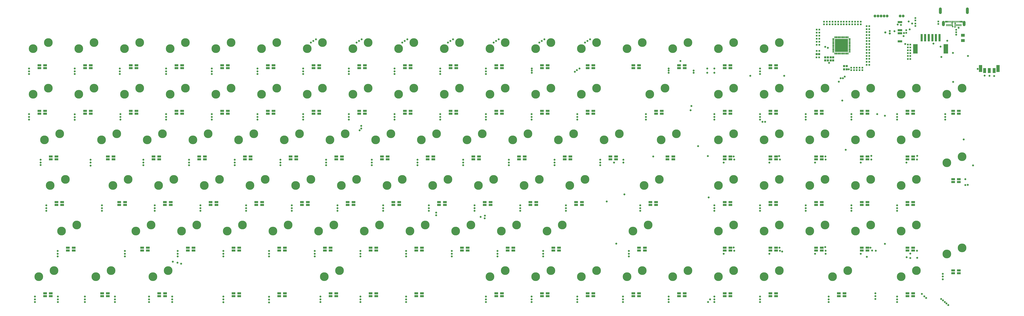
<source format=gts>
G04*
G04 #@! TF.GenerationSoftware,Altium Limited,Altium Designer,18.1.7 (191)*
G04*
G04 Layer_Color=8388736*
%FSLAX25Y25*%
%MOIN*%
G70*
G01*
G75*
%ADD31R,0.07677X0.15551*%
%ADD32R,0.03740X0.12008*%
%ADD33R,0.03150X0.03150*%
%ADD34R,0.07284X0.03740*%
%ADD35R,0.06496X0.04528*%
%ADD36R,0.01772X0.03347*%
%ADD37R,0.04528X0.02591*%
%ADD38R,0.01772X0.02591*%
%ADD39R,0.03150X0.03150*%
%ADD40R,0.05512X0.11221*%
%ADD41R,0.04528X0.08465*%
%ADD42R,0.03347X0.03504*%
%ADD43O,0.03504X0.01378*%
%ADD44O,0.01378X0.03504*%
%ADD45R,0.21260X0.21260*%
%ADD46R,0.06496X0.03740*%
%ADD47C,0.04528*%
%ADD48O,0.04921X0.10827*%
%ADD49O,0.04921X0.08858*%
%ADD50C,0.00591*%
%ADD51C,0.14370*%
%ADD52C,0.03291*%
%ADD53C,0.02591*%
%ADD54C,0.03591*%
D31*
X1476900Y440837D02*
D03*
X1526900D02*
D03*
D32*
X1487136Y459341D02*
D03*
X1493042D02*
D03*
X1498947D02*
D03*
X1504853D02*
D03*
X1510758D02*
D03*
X1516664D02*
D03*
D33*
X1477017Y478633D02*
D03*
Y482767D02*
D03*
X1477050Y491720D02*
D03*
Y487586D02*
D03*
X1514517Y486067D02*
D03*
Y481933D02*
D03*
X1543950Y472267D02*
D03*
Y468133D02*
D03*
X1462000Y467437D02*
D03*
Y471571D02*
D03*
X1389939Y405868D02*
D03*
Y410002D02*
D03*
X1385339Y405868D02*
D03*
Y410002D02*
D03*
X1380739Y405868D02*
D03*
Y410002D02*
D03*
X1376139Y405868D02*
D03*
Y410002D02*
D03*
X1371539Y405868D02*
D03*
Y410002D02*
D03*
X1387350Y485467D02*
D03*
Y481333D02*
D03*
X1382611Y485467D02*
D03*
Y481333D02*
D03*
X1377973Y485467D02*
D03*
Y481333D02*
D03*
X1373334Y485467D02*
D03*
Y481333D02*
D03*
X1368696Y485467D02*
D03*
Y481333D02*
D03*
X1364057Y485467D02*
D03*
Y481333D02*
D03*
X1359419Y485467D02*
D03*
Y481333D02*
D03*
X1354780Y485467D02*
D03*
Y481333D02*
D03*
X1350142Y485467D02*
D03*
Y481333D02*
D03*
X1345503Y485467D02*
D03*
Y481333D02*
D03*
X1340865Y485467D02*
D03*
Y481333D02*
D03*
X1336226Y485467D02*
D03*
Y481333D02*
D03*
X1331588Y485467D02*
D03*
Y481333D02*
D03*
X1326950Y485467D02*
D03*
Y481333D02*
D03*
D34*
X1451750Y453207D02*
D03*
Y466593D02*
D03*
X1451719Y485011D02*
D03*
Y471626D02*
D03*
D35*
X1554850Y454469D02*
D03*
Y463131D02*
D03*
D36*
X1551875Y480100D02*
D03*
X1549907D02*
D03*
X1547939D02*
D03*
X1545970D02*
D03*
X1544001D02*
D03*
X1542033D02*
D03*
X1538096D02*
D03*
X1536127D02*
D03*
X1534159D02*
D03*
X1532191D02*
D03*
X1530222D02*
D03*
X1528253D02*
D03*
D37*
X1527860Y485722D02*
D03*
X1552269D02*
D03*
D38*
X1531206D02*
D03*
X1533175D02*
D03*
X1535143D02*
D03*
X1537112D02*
D03*
X1539080D02*
D03*
X1541049D02*
D03*
X1543017D02*
D03*
X1544986D02*
D03*
X1546954D02*
D03*
X1548923D02*
D03*
D39*
X1464462Y448100D02*
D03*
X1468596D02*
D03*
X1464462Y443360D02*
D03*
X1468596D02*
D03*
X1464462Y438620D02*
D03*
X1468596D02*
D03*
X1464462Y433880D02*
D03*
X1468596D02*
D03*
X1464462Y429140D02*
D03*
X1468596D02*
D03*
X1464462Y424400D02*
D03*
X1468596D02*
D03*
X1314757Y427000D02*
D03*
X1318891D02*
D03*
X1319206Y437573D02*
D03*
X1315072D02*
D03*
X1397078Y414685D02*
D03*
X1401211D02*
D03*
X1397078Y419577D02*
D03*
X1401211D02*
D03*
X1397078Y424469D02*
D03*
X1401211D02*
D03*
X1397078Y429362D02*
D03*
X1401211D02*
D03*
X1397078Y434254D02*
D03*
X1401211D02*
D03*
X1397078Y439146D02*
D03*
X1401211D02*
D03*
X1397078Y444038D02*
D03*
X1401211D02*
D03*
X1397078Y448931D02*
D03*
X1401211D02*
D03*
X1397078Y453823D02*
D03*
X1401211D02*
D03*
X1315072Y447627D02*
D03*
X1319206D02*
D03*
X1397078Y458715D02*
D03*
X1401211D02*
D03*
X1315072Y452655D02*
D03*
X1319206D02*
D03*
X1397078Y463608D02*
D03*
X1401211D02*
D03*
X1315072Y457682D02*
D03*
X1319206D02*
D03*
X1397078Y468500D02*
D03*
X1401211D02*
D03*
X1315072Y462709D02*
D03*
X1319206D02*
D03*
X1397078Y473392D02*
D03*
X1401211D02*
D03*
X1315072Y467736D02*
D03*
X1319206D02*
D03*
X1397078Y478285D02*
D03*
X1401211D02*
D03*
X1315072Y472764D02*
D03*
X1319206D02*
D03*
D40*
X1584054Y408746D02*
D03*
X1612598D02*
D03*
D41*
X1590452Y405400D02*
D03*
X1598326D02*
D03*
X1606200D02*
D03*
D42*
X1360063Y407263D02*
D03*
X1364236D02*
D03*
X1360063Y412600D02*
D03*
X1364236D02*
D03*
X1342029Y426990D02*
D03*
X1337856D02*
D03*
X1342029Y421964D02*
D03*
X1337856D02*
D03*
X1328943Y421959D02*
D03*
X1333117D02*
D03*
X1328943Y426985D02*
D03*
X1333117D02*
D03*
X1319029Y432349D02*
D03*
X1314856D02*
D03*
D43*
X1342212Y457724D02*
D03*
Y456149D02*
D03*
Y454574D02*
D03*
Y452999D02*
D03*
Y451424D02*
D03*
Y449850D02*
D03*
Y448275D02*
D03*
Y446700D02*
D03*
Y445125D02*
D03*
Y443550D02*
D03*
Y441976D02*
D03*
Y440401D02*
D03*
Y438826D02*
D03*
Y437251D02*
D03*
Y435676D02*
D03*
X1368944D02*
D03*
Y437251D02*
D03*
Y438826D02*
D03*
Y440401D02*
D03*
Y441976D02*
D03*
Y443550D02*
D03*
Y445125D02*
D03*
Y446700D02*
D03*
Y448275D02*
D03*
Y449850D02*
D03*
Y451424D02*
D03*
Y452999D02*
D03*
Y454574D02*
D03*
Y456149D02*
D03*
Y457724D02*
D03*
D44*
X1344554Y433334D02*
D03*
X1346129D02*
D03*
X1347704D02*
D03*
X1349278D02*
D03*
X1350853D02*
D03*
X1352428D02*
D03*
X1354003D02*
D03*
X1355578D02*
D03*
X1357152D02*
D03*
X1358727D02*
D03*
X1360302D02*
D03*
X1361877D02*
D03*
X1363452D02*
D03*
X1365026D02*
D03*
X1366601D02*
D03*
Y460066D02*
D03*
X1365026D02*
D03*
X1363452D02*
D03*
X1361877D02*
D03*
X1360302D02*
D03*
X1358727D02*
D03*
X1357152D02*
D03*
X1355578D02*
D03*
X1354003D02*
D03*
X1352428D02*
D03*
X1350853D02*
D03*
X1349278D02*
D03*
X1347704D02*
D03*
X1346129D02*
D03*
X1344554D02*
D03*
D45*
X1355578Y446700D02*
D03*
D46*
X1060724Y334310D02*
D03*
X1051276D02*
D03*
X1060724Y339035D02*
D03*
X1051276D02*
D03*
X1351276Y39035D02*
D03*
X1360724D02*
D03*
X1351276Y34310D02*
D03*
X1360724D02*
D03*
X1023425Y114035D02*
D03*
X1032874D02*
D03*
X1023425Y109310D02*
D03*
X1032874D02*
D03*
X357576Y39011D02*
D03*
X367024D02*
D03*
X357576Y34287D02*
D03*
X367024D02*
D03*
X442024D02*
D03*
X432576D02*
D03*
X442024Y39011D02*
D03*
X432576D02*
D03*
X582576D02*
D03*
X592024D02*
D03*
X582576Y34287D02*
D03*
X592024D02*
D03*
X667024D02*
D03*
X657576D02*
D03*
X667024Y39011D02*
D03*
X657576D02*
D03*
X516901Y39035D02*
D03*
X526349D02*
D03*
X516901Y34310D02*
D03*
X526349D02*
D03*
X1538776Y226535D02*
D03*
X1548224D02*
D03*
X1538776Y221810D02*
D03*
X1548224D02*
D03*
X1538776Y76535D02*
D03*
X1548224D02*
D03*
X1538776Y71810D02*
D03*
X1548224D02*
D03*
X1051349Y184310D02*
D03*
X1041901D02*
D03*
X1051349Y189035D02*
D03*
X1041901D02*
D03*
X95138Y109310D02*
D03*
X85689D02*
D03*
X95138Y114035D02*
D03*
X85689D02*
D03*
X76349Y184310D02*
D03*
X66900D02*
D03*
X76349Y189035D02*
D03*
X66900D02*
D03*
X66974Y259310D02*
D03*
X57525D02*
D03*
X66974Y264035D02*
D03*
X57525D02*
D03*
X1079474Y259310D02*
D03*
X1070026D02*
D03*
X1079474Y264035D02*
D03*
X1070026D02*
D03*
X57637Y34310D02*
D03*
X48188D02*
D03*
X57637Y39035D02*
D03*
X48188D02*
D03*
X141938D02*
D03*
X151387D02*
D03*
X141938Y34310D02*
D03*
X151387D02*
D03*
X245137D02*
D03*
X235688D02*
D03*
X245137Y39035D02*
D03*
X235688D02*
D03*
X48224Y409310D02*
D03*
X38776D02*
D03*
X48224Y414035D02*
D03*
X38776D02*
D03*
X123224Y409310D02*
D03*
X113776D02*
D03*
X123224Y414035D02*
D03*
X113776D02*
D03*
X198224Y409310D02*
D03*
X188776D02*
D03*
X198224Y414035D02*
D03*
X188776D02*
D03*
X273224Y409310D02*
D03*
X263776D02*
D03*
X273224Y414035D02*
D03*
X263776D02*
D03*
X348224Y409310D02*
D03*
X338776D02*
D03*
X348224Y414035D02*
D03*
X338776D02*
D03*
X423224Y409310D02*
D03*
X413776D02*
D03*
X423224Y414035D02*
D03*
X413776D02*
D03*
X498224Y409310D02*
D03*
X488776D02*
D03*
X498224Y414035D02*
D03*
X488776D02*
D03*
X573224Y409310D02*
D03*
X563776D02*
D03*
X573224Y414035D02*
D03*
X563776D02*
D03*
X648224Y409310D02*
D03*
X638776D02*
D03*
X648224Y414035D02*
D03*
X638776D02*
D03*
X723224Y409310D02*
D03*
X713776D02*
D03*
X723224Y414035D02*
D03*
X713776D02*
D03*
X798224Y409310D02*
D03*
X788776D02*
D03*
X798224Y414035D02*
D03*
X788776D02*
D03*
X873224Y409310D02*
D03*
X863776D02*
D03*
X873224Y414035D02*
D03*
X863776D02*
D03*
X948224Y409310D02*
D03*
X938776D02*
D03*
X948224Y414035D02*
D03*
X938776D02*
D03*
X1023224Y409310D02*
D03*
X1013776D02*
D03*
X1023224Y414035D02*
D03*
X1013776D02*
D03*
X1098224Y409310D02*
D03*
X1088776D02*
D03*
X1098224Y414035D02*
D03*
X1088776D02*
D03*
X1173224Y409310D02*
D03*
X1163776D02*
D03*
X1173224Y414035D02*
D03*
X1163776D02*
D03*
X1248224Y409310D02*
D03*
X1238776D02*
D03*
X1248224Y414035D02*
D03*
X1238776D02*
D03*
X48224Y334310D02*
D03*
X38776D02*
D03*
X48224Y339035D02*
D03*
X38776D02*
D03*
X123224Y334310D02*
D03*
X113776D02*
D03*
X123224Y339035D02*
D03*
X113776D02*
D03*
X198224Y334310D02*
D03*
X188776D02*
D03*
X198224Y339035D02*
D03*
X188776D02*
D03*
X273224Y334310D02*
D03*
X263776D02*
D03*
X273224Y339035D02*
D03*
X263776D02*
D03*
X348224Y334310D02*
D03*
X338776D02*
D03*
X348224Y339035D02*
D03*
X338776D02*
D03*
X423224Y334310D02*
D03*
X413776D02*
D03*
X423224Y339035D02*
D03*
X413776D02*
D03*
X498224Y334310D02*
D03*
X488776D02*
D03*
X498224Y339035D02*
D03*
X488776D02*
D03*
X573224Y334310D02*
D03*
X563776D02*
D03*
X573224Y339035D02*
D03*
X563776D02*
D03*
X648224Y334310D02*
D03*
X638776D02*
D03*
X648224Y339035D02*
D03*
X638776D02*
D03*
X723224Y334310D02*
D03*
X713776D02*
D03*
X723224Y339035D02*
D03*
X713776D02*
D03*
X798224Y334310D02*
D03*
X788776D02*
D03*
X798224Y339035D02*
D03*
X788776D02*
D03*
X873224Y334310D02*
D03*
X863776D02*
D03*
X873224Y339035D02*
D03*
X863776D02*
D03*
X948224Y334310D02*
D03*
X938776D02*
D03*
X948224Y339035D02*
D03*
X938776D02*
D03*
X1173224Y334310D02*
D03*
X1163776D02*
D03*
X1173224Y339035D02*
D03*
X1163776D02*
D03*
X1248224Y334310D02*
D03*
X1238776D02*
D03*
X1248224Y339035D02*
D03*
X1238776D02*
D03*
X1323224Y334310D02*
D03*
X1313776D02*
D03*
X1323224Y339035D02*
D03*
X1313776D02*
D03*
X1398224Y334310D02*
D03*
X1388776D02*
D03*
X1398224Y339035D02*
D03*
X1388776D02*
D03*
X1473224Y334310D02*
D03*
X1463776D02*
D03*
X1473224Y339035D02*
D03*
X1463776D02*
D03*
X1548224Y334310D02*
D03*
X1538776D02*
D03*
X1548224Y339035D02*
D03*
X1538776D02*
D03*
X160724Y259310D02*
D03*
X151276D02*
D03*
X160724Y264035D02*
D03*
X151276D02*
D03*
X235724Y259310D02*
D03*
X226276D02*
D03*
X235724Y264035D02*
D03*
X226276D02*
D03*
X310724Y259310D02*
D03*
X301276D02*
D03*
X310724Y264035D02*
D03*
X301276D02*
D03*
X385724Y259310D02*
D03*
X376276D02*
D03*
X385724Y264035D02*
D03*
X376276D02*
D03*
X460724Y259310D02*
D03*
X451276D02*
D03*
X460724Y264035D02*
D03*
X451276D02*
D03*
X535724Y259310D02*
D03*
X526276D02*
D03*
X535724Y264035D02*
D03*
X526276D02*
D03*
X610724Y259310D02*
D03*
X601276D02*
D03*
X610724Y264035D02*
D03*
X601276D02*
D03*
X685724Y259310D02*
D03*
X676276D02*
D03*
X685724Y264035D02*
D03*
X676276D02*
D03*
X760724Y259310D02*
D03*
X751276D02*
D03*
X760724Y264035D02*
D03*
X751276D02*
D03*
X835724Y259310D02*
D03*
X826276D02*
D03*
X835724Y264035D02*
D03*
X826276D02*
D03*
X910724Y259310D02*
D03*
X901276D02*
D03*
X910724Y264035D02*
D03*
X901276D02*
D03*
X985724Y259310D02*
D03*
X976276D02*
D03*
X985724Y264035D02*
D03*
X976276D02*
D03*
X1173224Y259310D02*
D03*
X1163776D02*
D03*
X1173224Y264035D02*
D03*
X1163776D02*
D03*
X1248224Y259310D02*
D03*
X1238776D02*
D03*
X1248224Y264035D02*
D03*
X1238776D02*
D03*
X1323224Y259310D02*
D03*
X1313776D02*
D03*
X1323224Y264035D02*
D03*
X1313776D02*
D03*
X1398224Y259310D02*
D03*
X1388776D02*
D03*
X1398224Y264035D02*
D03*
X1388776D02*
D03*
X1473224Y259310D02*
D03*
X1463776D02*
D03*
X1473224Y264035D02*
D03*
X1463776D02*
D03*
X179474Y184310D02*
D03*
X170026D02*
D03*
X179474Y189035D02*
D03*
X170026D02*
D03*
X254474Y184310D02*
D03*
X245026D02*
D03*
X254474Y189035D02*
D03*
X245026D02*
D03*
X479474Y184310D02*
D03*
X470026D02*
D03*
X479474Y189035D02*
D03*
X470026D02*
D03*
X554474Y184310D02*
D03*
X545026D02*
D03*
X554474Y189035D02*
D03*
X545026D02*
D03*
X629474Y184310D02*
D03*
X620026D02*
D03*
X629474Y189035D02*
D03*
X620026D02*
D03*
X704474Y184310D02*
D03*
X695026D02*
D03*
X704474Y189035D02*
D03*
X695026D02*
D03*
X779474Y184310D02*
D03*
X770026D02*
D03*
X779474Y189035D02*
D03*
X770026D02*
D03*
X854474Y184310D02*
D03*
X845026D02*
D03*
X854474Y189035D02*
D03*
X845026D02*
D03*
X929474Y184310D02*
D03*
X920026D02*
D03*
X929474Y189035D02*
D03*
X920026D02*
D03*
X1173224Y184310D02*
D03*
X1163776D02*
D03*
X1173224Y189035D02*
D03*
X1163776D02*
D03*
X1248224Y184310D02*
D03*
X1238776D02*
D03*
X1248224Y189035D02*
D03*
X1238776D02*
D03*
X1323224Y184310D02*
D03*
X1313776D02*
D03*
X1323224Y189035D02*
D03*
X1313776D02*
D03*
X1398224Y184310D02*
D03*
X1388776D02*
D03*
X1398224Y189035D02*
D03*
X1388776D02*
D03*
X1473224Y184310D02*
D03*
X1463776D02*
D03*
X1473224Y189035D02*
D03*
X1463776D02*
D03*
X329474Y184310D02*
D03*
X320026D02*
D03*
X329474Y189035D02*
D03*
X320026D02*
D03*
X404474Y184310D02*
D03*
X395026D02*
D03*
X404474Y189035D02*
D03*
X395026D02*
D03*
X217024Y109310D02*
D03*
X207576D02*
D03*
X217024Y114035D02*
D03*
X207576D02*
D03*
X292024Y109310D02*
D03*
X282576D02*
D03*
X292024Y114035D02*
D03*
X282576D02*
D03*
X367024Y109310D02*
D03*
X357576D02*
D03*
X367024Y114035D02*
D03*
X357576D02*
D03*
X442024Y109310D02*
D03*
X432576D02*
D03*
X442024Y114035D02*
D03*
X432576D02*
D03*
X517024Y109310D02*
D03*
X507576D02*
D03*
X517024Y114035D02*
D03*
X507576D02*
D03*
X592024Y109310D02*
D03*
X582576D02*
D03*
X592024Y114035D02*
D03*
X582576D02*
D03*
X667024Y109310D02*
D03*
X657576D02*
D03*
X667024Y114035D02*
D03*
X657576D02*
D03*
X742024Y109310D02*
D03*
X732576D02*
D03*
X742024Y114035D02*
D03*
X732576D02*
D03*
X817024Y109310D02*
D03*
X807576D02*
D03*
X817024Y114035D02*
D03*
X807576D02*
D03*
X892024Y109310D02*
D03*
X882576D02*
D03*
X892024Y114035D02*
D03*
X882576D02*
D03*
X1173224Y109310D02*
D03*
X1163776D02*
D03*
X1173224Y114035D02*
D03*
X1163776D02*
D03*
X1248224Y109310D02*
D03*
X1238776D02*
D03*
X1248224Y114035D02*
D03*
X1238776D02*
D03*
X1323224Y109310D02*
D03*
X1313776D02*
D03*
X1323224Y114035D02*
D03*
X1313776D02*
D03*
X1398224Y109310D02*
D03*
X1388776D02*
D03*
X1398224Y114035D02*
D03*
X1388776D02*
D03*
X1473224Y109310D02*
D03*
X1463776D02*
D03*
X1473224Y114035D02*
D03*
X1463776D02*
D03*
X798224Y34310D02*
D03*
X788776D02*
D03*
X798224Y39035D02*
D03*
X788776D02*
D03*
X948224Y34310D02*
D03*
X938776D02*
D03*
X948224Y39035D02*
D03*
X938776D02*
D03*
X1023224Y34310D02*
D03*
X1013776D02*
D03*
X1023224Y39035D02*
D03*
X1013776D02*
D03*
X1098224Y34310D02*
D03*
X1088776D02*
D03*
X1098224Y39035D02*
D03*
X1088776D02*
D03*
X1173224Y34310D02*
D03*
X1163776D02*
D03*
X1173224Y39035D02*
D03*
X1163776D02*
D03*
X1248224Y34310D02*
D03*
X1238776D02*
D03*
X1248224Y39035D02*
D03*
X1238776D02*
D03*
X1473224Y34310D02*
D03*
X1463776D02*
D03*
X1473224Y39035D02*
D03*
X1463776D02*
D03*
X873224Y34310D02*
D03*
X863776D02*
D03*
X873224Y39035D02*
D03*
X863776D02*
D03*
D47*
X1456850Y494800D02*
D03*
X1451850D02*
D03*
X1410750D02*
D03*
X1415749D02*
D03*
X1420749D02*
D03*
X1425749D02*
D03*
X1430750D02*
D03*
D48*
X1517813Y503698D02*
D03*
X1562301D02*
D03*
D49*
X1523049Y482592D02*
D03*
X1557065D02*
D03*
D50*
X1607932Y417605D02*
D03*
X1588720D02*
D03*
X1009000Y383700D02*
D03*
X1103000D02*
D03*
X1009000Y323700D02*
D03*
X1103000D02*
D03*
X1056000Y356200D02*
D03*
X1356000Y56200D02*
D03*
X1403000Y23700D02*
D03*
X1309000D02*
D03*
X1403000Y83700D02*
D03*
X1309000D02*
D03*
X1028150Y131200D02*
D03*
X1075150Y98700D02*
D03*
X981150D02*
D03*
X1075150Y158700D02*
D03*
X981150D02*
D03*
X521625Y56200D02*
D03*
X324775Y83700D02*
D03*
X718475D02*
D03*
X324775Y23700D02*
D03*
X718475D02*
D03*
X1511000Y196700D02*
D03*
Y290700D02*
D03*
X1571000Y196700D02*
D03*
Y290700D02*
D03*
X1543500Y243700D02*
D03*
X1511000Y46700D02*
D03*
Y140700D02*
D03*
X1571000Y46700D02*
D03*
Y140700D02*
D03*
X1543500Y93700D02*
D03*
X999625Y233700D02*
D03*
X1093625D02*
D03*
X999625Y173700D02*
D03*
X1093625D02*
D03*
X1046625Y206200D02*
D03*
X43414Y158700D02*
D03*
X137414D02*
D03*
X43414Y98700D02*
D03*
X137414D02*
D03*
X90414Y131200D02*
D03*
X71625Y206200D02*
D03*
X62250Y281200D02*
D03*
X1074750D02*
D03*
X52913Y56200D02*
D03*
X146663D02*
D03*
X240413D02*
D03*
X43500Y431200D02*
D03*
X118500D02*
D03*
X193500D02*
D03*
X268500D02*
D03*
X343500D02*
D03*
X418500D02*
D03*
X493500D02*
D03*
X568500D02*
D03*
X643500D02*
D03*
X718500D02*
D03*
X793500D02*
D03*
X868500D02*
D03*
X943500D02*
D03*
X1018500D02*
D03*
X1093500D02*
D03*
X1168500D02*
D03*
X1243500D02*
D03*
X43500Y356200D02*
D03*
X118500D02*
D03*
X193500D02*
D03*
X268500D02*
D03*
X343500D02*
D03*
X418500D02*
D03*
X493500D02*
D03*
X568500D02*
D03*
X643500D02*
D03*
X718500D02*
D03*
X793500D02*
D03*
X868500D02*
D03*
X943500D02*
D03*
X1168500D02*
D03*
X1243500D02*
D03*
X1318500D02*
D03*
X1393500D02*
D03*
X1468500D02*
D03*
X1543500D02*
D03*
X156000Y281200D02*
D03*
X231000D02*
D03*
X306000D02*
D03*
X381000D02*
D03*
X456000D02*
D03*
X531000D02*
D03*
X606000D02*
D03*
X681000D02*
D03*
X756000D02*
D03*
X831000D02*
D03*
X906000D02*
D03*
X981000D02*
D03*
X1168500D02*
D03*
X1243500D02*
D03*
X1318500D02*
D03*
X1393500D02*
D03*
X1468500D02*
D03*
X174750Y206200D02*
D03*
X249750D02*
D03*
X474750D02*
D03*
X549750D02*
D03*
X624750D02*
D03*
X699750D02*
D03*
X774750D02*
D03*
X849750D02*
D03*
X924750D02*
D03*
X1168500D02*
D03*
X1243500D02*
D03*
X1318500D02*
D03*
X1393500D02*
D03*
X1468500D02*
D03*
X324750D02*
D03*
X399750D02*
D03*
X212300Y131200D02*
D03*
X287300D02*
D03*
X362300D02*
D03*
X437300D02*
D03*
X512300D02*
D03*
X587300D02*
D03*
X662300D02*
D03*
X737300D02*
D03*
X812300D02*
D03*
X887300D02*
D03*
X1168500D02*
D03*
X1243500D02*
D03*
X1318500D02*
D03*
X1393500D02*
D03*
X1468500D02*
D03*
X793500Y56200D02*
D03*
X943500D02*
D03*
X1018500D02*
D03*
X1093500D02*
D03*
X1168500D02*
D03*
X1243500D02*
D03*
X1468500D02*
D03*
X868500D02*
D03*
X1294500Y413100D02*
D03*
X21300Y490300D02*
D03*
X14600Y14300D02*
D03*
X1576900Y15600D02*
D03*
D51*
X1066000Y376200D02*
D03*
X1041000Y366200D02*
D03*
X1341000Y66200D02*
D03*
X1366000Y76200D02*
D03*
X1013150Y141200D02*
D03*
X1038150Y151200D02*
D03*
X531625Y76200D02*
D03*
X506625Y66200D02*
D03*
X1528500Y253700D02*
D03*
X1553500Y263700D02*
D03*
X1528500Y103700D02*
D03*
X1553500Y113700D02*
D03*
X1056625Y226200D02*
D03*
X1031625Y216200D02*
D03*
X100414Y151200D02*
D03*
X75414Y141200D02*
D03*
X81625Y226200D02*
D03*
X56625Y216200D02*
D03*
X72250Y301200D02*
D03*
X47250Y291200D02*
D03*
X1084750Y301200D02*
D03*
X1059750Y291200D02*
D03*
X37913Y66200D02*
D03*
X62913Y76200D02*
D03*
X156663D02*
D03*
X131663Y66200D02*
D03*
X225413D02*
D03*
X250413Y76200D02*
D03*
X53500Y451200D02*
D03*
X28500Y441200D02*
D03*
X128500Y451200D02*
D03*
X103500Y441200D02*
D03*
X203500Y451200D02*
D03*
X178500Y441200D02*
D03*
X278500Y451200D02*
D03*
X253500Y441200D02*
D03*
X353500Y451200D02*
D03*
X328500Y441200D02*
D03*
X428500Y451200D02*
D03*
X403500Y441200D02*
D03*
X503500Y451200D02*
D03*
X478500Y441200D02*
D03*
X578500Y451200D02*
D03*
X553500Y441200D02*
D03*
X653500Y451200D02*
D03*
X628500Y441200D02*
D03*
X728500Y451200D02*
D03*
X703500Y441200D02*
D03*
X803500Y451200D02*
D03*
X778500Y441200D02*
D03*
X878500Y451200D02*
D03*
X853500Y441200D02*
D03*
X953500Y451200D02*
D03*
X928500Y441200D02*
D03*
X1028500Y451200D02*
D03*
X1003500Y441200D02*
D03*
X1103500Y451200D02*
D03*
X1078500Y441200D02*
D03*
X1178500Y451200D02*
D03*
X1153500Y441200D02*
D03*
X1253500Y451200D02*
D03*
X1228500Y441200D02*
D03*
X53500Y376200D02*
D03*
X28500Y366200D02*
D03*
X128500Y376200D02*
D03*
X103500Y366200D02*
D03*
X203500Y376200D02*
D03*
X178500Y366200D02*
D03*
X278500Y376200D02*
D03*
X253500Y366200D02*
D03*
X353500Y376200D02*
D03*
X328500Y366200D02*
D03*
X428500Y376200D02*
D03*
X403500Y366200D02*
D03*
X503500Y376200D02*
D03*
X478500Y366200D02*
D03*
X578500Y376200D02*
D03*
X553500Y366200D02*
D03*
X653500Y376200D02*
D03*
X628500Y366200D02*
D03*
X728500Y376200D02*
D03*
X703500Y366200D02*
D03*
X803500Y376200D02*
D03*
X778500Y366200D02*
D03*
X878500Y376200D02*
D03*
X853500Y366200D02*
D03*
X953500Y376200D02*
D03*
X928500Y366200D02*
D03*
X1178500Y376200D02*
D03*
X1153500Y366200D02*
D03*
X1253500Y376200D02*
D03*
X1228500Y366200D02*
D03*
X1328500Y376200D02*
D03*
X1303500Y366200D02*
D03*
X1403500Y376200D02*
D03*
X1378500Y366200D02*
D03*
X1478500Y376200D02*
D03*
X1453500Y366200D02*
D03*
X1553500Y376200D02*
D03*
X1528500Y366200D02*
D03*
X166000Y301200D02*
D03*
X141000Y291200D02*
D03*
X241000Y301200D02*
D03*
X216000Y291200D02*
D03*
X316000Y301200D02*
D03*
X291000Y291200D02*
D03*
X391000Y301200D02*
D03*
X366000Y291200D02*
D03*
X466000Y301200D02*
D03*
X441000Y291200D02*
D03*
X541000Y301200D02*
D03*
X516000Y291200D02*
D03*
X616000Y301200D02*
D03*
X591000Y291200D02*
D03*
X691000Y301200D02*
D03*
X666000Y291200D02*
D03*
X766000Y301200D02*
D03*
X741000Y291200D02*
D03*
X841000Y301200D02*
D03*
X816000Y291200D02*
D03*
X916000Y301200D02*
D03*
X891000Y291200D02*
D03*
X991000Y301200D02*
D03*
X966000Y291200D02*
D03*
X1178500Y301200D02*
D03*
X1153500Y291200D02*
D03*
X1253500Y301200D02*
D03*
X1228500Y291200D02*
D03*
X1328500Y301200D02*
D03*
X1303500Y291200D02*
D03*
X1403500Y301200D02*
D03*
X1378500Y291200D02*
D03*
X1478500Y301200D02*
D03*
X1453500Y291200D02*
D03*
X184750Y226200D02*
D03*
X159750Y216200D02*
D03*
X259750Y226200D02*
D03*
X234750Y216200D02*
D03*
X484750Y226200D02*
D03*
X459750Y216200D02*
D03*
X559750Y226200D02*
D03*
X534750Y216200D02*
D03*
X634750Y226200D02*
D03*
X609750Y216200D02*
D03*
X709750Y226200D02*
D03*
X684750Y216200D02*
D03*
X784750Y226200D02*
D03*
X759750Y216200D02*
D03*
X859750Y226200D02*
D03*
X834750Y216200D02*
D03*
X934750Y226200D02*
D03*
X909750Y216200D02*
D03*
X1178500Y226200D02*
D03*
X1153500Y216200D02*
D03*
X1253500Y226200D02*
D03*
X1228500Y216200D02*
D03*
X1328500Y226200D02*
D03*
X1303500Y216200D02*
D03*
X1403500Y226200D02*
D03*
X1378500Y216200D02*
D03*
X1478500Y226200D02*
D03*
X1453500Y216200D02*
D03*
X334750Y226200D02*
D03*
X309750Y216200D02*
D03*
X409750Y226200D02*
D03*
X384750Y216200D02*
D03*
X222300Y151200D02*
D03*
X197300Y141200D02*
D03*
X297300Y151200D02*
D03*
X272300Y141200D02*
D03*
X372300Y151200D02*
D03*
X347300Y141200D02*
D03*
X447300Y151200D02*
D03*
X422300Y141200D02*
D03*
X522300Y151200D02*
D03*
X497300Y141200D02*
D03*
X597300Y151200D02*
D03*
X572300Y141200D02*
D03*
X672300Y151200D02*
D03*
X647300Y141200D02*
D03*
X747300Y151200D02*
D03*
X722300Y141200D02*
D03*
X822300Y151200D02*
D03*
X797300Y141200D02*
D03*
X897300Y151200D02*
D03*
X872300Y141200D02*
D03*
X1178500Y151200D02*
D03*
X1153500Y141200D02*
D03*
X1253500Y151200D02*
D03*
X1228500Y141200D02*
D03*
X1328500Y151200D02*
D03*
X1303500Y141200D02*
D03*
X1403500Y151200D02*
D03*
X1378500Y141200D02*
D03*
X1478500Y151200D02*
D03*
X1453500Y141200D02*
D03*
X803500Y76200D02*
D03*
X778500Y66200D02*
D03*
X953500Y76200D02*
D03*
X928500Y66200D02*
D03*
X1028500Y76200D02*
D03*
X1003500Y66200D02*
D03*
X1103500Y76200D02*
D03*
X1078500Y66200D02*
D03*
X1178500Y76200D02*
D03*
X1153500Y66200D02*
D03*
X1253500Y76200D02*
D03*
X1228500Y66200D02*
D03*
X1478500Y76200D02*
D03*
X1453500Y66200D02*
D03*
X878500Y76200D02*
D03*
X853500Y66200D02*
D03*
D52*
X1563200Y429300D02*
D03*
X1519500Y427463D02*
D03*
X1538751Y434400D02*
D03*
X1506700Y449700D02*
D03*
X1471549Y482600D02*
D03*
X1529400Y454314D02*
D03*
X1518300Y444700D02*
D03*
X1457450Y461900D02*
D03*
X1606300Y396200D02*
D03*
X1590452Y396971D02*
D03*
X1598600Y396495D02*
D03*
X1579323Y408100D02*
D03*
X1539100Y386500D02*
D03*
X1351300Y387100D02*
D03*
X1135289Y408598D02*
D03*
X1147100Y401700D02*
D03*
X1178500Y264035D02*
D03*
X1178700Y114300D02*
D03*
X22100Y399498D02*
D03*
X40850Y249800D02*
D03*
X22100Y324498D02*
D03*
X69014Y99498D02*
D03*
X69288Y24498D02*
D03*
X50225Y174498D02*
D03*
X31513Y24498D02*
D03*
X1113000Y405200D02*
D03*
X1179700Y258900D02*
D03*
Y108900D02*
D03*
X40850Y254048D02*
D03*
X22100Y404048D02*
D03*
Y329048D02*
D03*
X69014Y104048D02*
D03*
X69288Y29048D02*
D03*
X50225Y179048D02*
D03*
X31513Y29048D02*
D03*
X1147100Y408598D02*
D03*
X1135289Y401700D02*
D03*
X1113000D02*
D03*
X1162400Y253800D02*
D03*
Y103800D02*
D03*
X40850Y258598D02*
D03*
X22100Y408598D02*
D03*
Y333598D02*
D03*
X69014Y108598D02*
D03*
X69288Y33598D02*
D03*
X50225Y183598D02*
D03*
X31513Y33598D02*
D03*
X1253400Y264600D02*
D03*
X1222100Y399498D02*
D03*
X1254100Y114000D02*
D03*
X97100Y399498D02*
D03*
X122871Y249100D02*
D03*
X97100Y324200D02*
D03*
X179171Y99498D02*
D03*
X141621Y174498D02*
D03*
X163038Y24498D02*
D03*
X113534D02*
D03*
X1254700Y258900D02*
D03*
X1222100Y404048D02*
D03*
X1254700Y108900D02*
D03*
X141621Y179048D02*
D03*
X97100Y404048D02*
D03*
X122871Y254000D02*
D03*
X97100Y328750D02*
D03*
X179171Y104048D02*
D03*
X163038Y29048D02*
D03*
X113534D02*
D03*
X1222100Y408598D02*
D03*
X1237400Y253800D02*
D03*
X1258200Y107500D02*
D03*
X1237400Y103800D02*
D03*
X122871Y258700D02*
D03*
X141621Y183598D02*
D03*
X97100Y408598D02*
D03*
Y333300D02*
D03*
X179171Y108598D02*
D03*
X163038Y33598D02*
D03*
X113534D02*
D03*
X1329200Y264100D02*
D03*
X1329100Y115100D02*
D03*
X265900Y99498D02*
D03*
X209600Y249498D02*
D03*
X171100Y399498D02*
D03*
X172100Y324498D02*
D03*
X257900Y91000D02*
D03*
X256788Y24498D02*
D03*
X228350Y174498D02*
D03*
X219013Y24498D02*
D03*
X1329700Y258900D02*
D03*
Y108900D02*
D03*
X209600Y254048D02*
D03*
X171100Y404048D02*
D03*
X172100Y329048D02*
D03*
X265900Y104048D02*
D03*
X265700Y89400D02*
D03*
X256788Y29048D02*
D03*
X228350Y179048D02*
D03*
X219013Y29048D02*
D03*
X1312400Y253800D02*
D03*
X1329500Y103800D02*
D03*
X1312400D02*
D03*
X209600Y258598D02*
D03*
X171100Y408598D02*
D03*
X172100Y333598D02*
D03*
X265900Y108598D02*
D03*
X271600Y87600D02*
D03*
X256788Y33598D02*
D03*
X228350Y183598D02*
D03*
X219013Y33598D02*
D03*
X1404700Y265000D02*
D03*
X1403400Y114100D02*
D03*
X1411400Y29500D02*
D03*
X1397400Y99000D02*
D03*
X247100Y399498D02*
D03*
Y324498D02*
D03*
X340900Y99498D02*
D03*
Y24200D02*
D03*
X284600Y249498D02*
D03*
X303350Y174498D02*
D03*
X1404700Y258900D02*
D03*
X1411800Y108900D02*
D03*
X1531000Y19700D02*
D03*
X1405800Y109200D02*
D03*
X1411400Y34400D02*
D03*
X284600Y254048D02*
D03*
X247100Y404048D02*
D03*
Y329048D02*
D03*
X340900Y104048D02*
D03*
Y28950D02*
D03*
X303350Y179048D02*
D03*
X1387400Y253800D02*
D03*
X1528100Y22200D02*
D03*
X1387400Y103800D02*
D03*
X1411400Y39000D02*
D03*
X284600Y258598D02*
D03*
X247100Y408598D02*
D03*
Y333598D02*
D03*
X340900Y108598D02*
D03*
Y33500D02*
D03*
X303350Y183598D02*
D03*
X1479700Y258900D02*
D03*
X1522300Y27200D02*
D03*
X1491529Y34000D02*
D03*
X1479700Y108900D02*
D03*
X1479800Y97300D02*
D03*
X359600Y254048D02*
D03*
X322100Y404048D02*
D03*
Y329048D02*
D03*
X415900Y104048D02*
D03*
Y28750D02*
D03*
X378350Y179048D02*
D03*
X1462400Y253800D02*
D03*
X1494529Y31300D02*
D03*
X1519400Y29700D02*
D03*
X1462700Y98200D02*
D03*
X359600Y258598D02*
D03*
X322100Y408598D02*
D03*
Y333598D02*
D03*
X415900Y33300D02*
D03*
X378350Y183598D02*
D03*
X415900Y108598D02*
D03*
X1147100Y333598D02*
D03*
Y183598D02*
D03*
Y33598D02*
D03*
X434600Y258598D02*
D03*
X397100Y408598D02*
D03*
Y333598D02*
D03*
X500225Y33598D02*
D03*
X453350Y183598D02*
D03*
X490900Y108598D02*
D03*
X1147100Y329048D02*
D03*
Y179048D02*
D03*
Y29048D02*
D03*
X1140100Y29100D02*
D03*
X434600Y254048D02*
D03*
X397100Y404048D02*
D03*
Y329048D02*
D03*
X490900Y104048D02*
D03*
X500225Y29048D02*
D03*
X453350Y179048D02*
D03*
X1147100Y324498D02*
D03*
Y174498D02*
D03*
Y24498D02*
D03*
X1136700Y24700D02*
D03*
X397100Y399498D02*
D03*
Y324498D02*
D03*
X490900Y99498D02*
D03*
X500225Y24498D02*
D03*
X434600Y249498D02*
D03*
X453350Y174498D02*
D03*
X1447950Y481100D02*
D03*
X1367650Y407300D02*
D03*
X1335250Y417800D02*
D03*
X1360999Y395150D02*
D03*
X1458210Y466911D02*
D03*
X1547850Y475525D02*
D03*
X1466050Y486100D02*
D03*
X1460250Y448800D02*
D03*
X1453203Y480400D02*
D03*
X1442650Y469800D02*
D03*
X1435050Y470300D02*
D03*
X1467650Y473100D02*
D03*
X1543950Y464400D02*
D03*
X1333350Y442750D02*
D03*
X1328850Y444326D02*
D03*
X1357950Y392500D02*
D03*
X1354150D02*
D03*
X1046700Y264100D02*
D03*
X1562900Y217300D02*
D03*
X1558800Y217000D02*
D03*
X1427100Y331000D02*
D03*
X1414300Y333500D02*
D03*
X567300Y314400D02*
D03*
X1525200Y24700D02*
D03*
X1556400Y292100D02*
D03*
X1479800Y264900D02*
D03*
X1487600Y37800D02*
D03*
X1468500Y104300D02*
D03*
Y96800D02*
D03*
X640900Y24498D02*
D03*
Y29048D02*
D03*
Y33598D02*
D03*
X565900Y24498D02*
D03*
Y29048D02*
D03*
Y33598D02*
D03*
X415900Y24000D02*
D03*
X1526100Y324500D02*
D03*
Y329048D02*
D03*
Y333598D02*
D03*
X1225800Y321000D02*
D03*
X1222100Y329048D02*
D03*
Y179048D02*
D03*
Y29048D02*
D03*
X488700Y453900D02*
D03*
X472100Y404048D02*
D03*
Y329048D02*
D03*
X565900Y104048D02*
D03*
X509600Y254048D02*
D03*
X528350Y179048D02*
D03*
X1222100Y324498D02*
D03*
Y174498D02*
D03*
Y24498D02*
D03*
X492900Y456600D02*
D03*
X472100Y399498D02*
D03*
Y324498D02*
D03*
X565900Y99498D02*
D03*
X509600Y249498D02*
D03*
X528350Y174498D02*
D03*
X1297100Y333598D02*
D03*
Y183598D02*
D03*
X640900Y108598D02*
D03*
X559500Y451200D02*
D03*
X547100Y408598D02*
D03*
Y333598D02*
D03*
X603350Y183598D02*
D03*
X584600Y258598D02*
D03*
X1297100Y329048D02*
D03*
Y179048D02*
D03*
X640900Y104048D02*
D03*
X563700Y453900D02*
D03*
X547100Y404100D02*
D03*
X584600Y254048D02*
D03*
X603350Y179048D02*
D03*
X567200Y310000D02*
D03*
X547100Y329048D02*
D03*
X1297100Y324498D02*
D03*
Y174498D02*
D03*
X640900Y99498D02*
D03*
X567900Y456600D02*
D03*
X547100Y399498D02*
D03*
X603350Y174498D02*
D03*
X564700Y306800D02*
D03*
X547100Y324498D02*
D03*
X584600Y249498D02*
D03*
X1372100Y333598D02*
D03*
Y183598D02*
D03*
X1334600Y33598D02*
D03*
X634500Y451200D02*
D03*
X622100Y408598D02*
D03*
Y333598D02*
D03*
X715900Y108598D02*
D03*
X772100Y33598D02*
D03*
X659600Y258598D02*
D03*
X690174Y171774D02*
D03*
X678350Y183598D02*
D03*
X1571600Y249300D02*
D03*
X1522100Y66548D02*
D03*
X922100Y29048D02*
D03*
X788700Y453900D02*
D03*
X772100Y404048D02*
D03*
Y329048D02*
D03*
X865900Y104048D02*
D03*
X809600Y254048D02*
D03*
X828350Y179048D02*
D03*
X1522100Y71098D02*
D03*
X922100Y33598D02*
D03*
X784500Y451200D02*
D03*
X772100Y408598D02*
D03*
Y333598D02*
D03*
X865900Y108598D02*
D03*
X809600Y258598D02*
D03*
X828350Y183598D02*
D03*
X1447100Y324600D02*
D03*
Y174498D02*
D03*
Y24498D02*
D03*
X847100D02*
D03*
X717900Y456600D02*
D03*
X697100Y399498D02*
D03*
Y324498D02*
D03*
X790900Y99498D02*
D03*
X734600Y249498D02*
D03*
X763340Y164540D02*
D03*
X753350Y174498D02*
D03*
X1447100Y329048D02*
D03*
Y179048D02*
D03*
Y29048D02*
D03*
X847100D02*
D03*
X713700Y453900D02*
D03*
X697100Y404048D02*
D03*
Y329048D02*
D03*
X790900Y104048D02*
D03*
X734600Y254048D02*
D03*
X753350Y179048D02*
D03*
X770099Y162299D02*
D03*
X1447100Y333598D02*
D03*
Y183598D02*
D03*
Y33598D02*
D03*
X847100D02*
D03*
X709500Y451200D02*
D03*
X697100Y408598D02*
D03*
Y333598D02*
D03*
X770300Y166500D02*
D03*
X790900Y108598D02*
D03*
X734600Y258598D02*
D03*
X753350Y183598D02*
D03*
X1372100Y324498D02*
D03*
Y174498D02*
D03*
X1334600Y24498D02*
D03*
X772100D02*
D03*
X642900Y456600D02*
D03*
X622100Y399498D02*
D03*
Y324498D02*
D03*
X715900Y99498D02*
D03*
X659600Y249498D02*
D03*
X678350Y174498D02*
D03*
X1372100Y329048D02*
D03*
Y179048D02*
D03*
X1334600Y29048D02*
D03*
X638700Y453900D02*
D03*
X622100Y404048D02*
D03*
Y329048D02*
D03*
X715900Y104048D02*
D03*
X772100Y29048D02*
D03*
X659600Y254048D02*
D03*
X690200Y167300D02*
D03*
X678350Y179048D02*
D03*
X1522100Y61998D02*
D03*
X1558800Y226700D02*
D03*
X921200Y406000D02*
D03*
X925605Y408500D02*
D03*
X917800Y403200D02*
D03*
X1091400Y420800D02*
D03*
X1072100Y405200D02*
D03*
Y408598D02*
D03*
Y401700D02*
D03*
X847200D02*
D03*
X922100Y24498D02*
D03*
X865900Y99498D02*
D03*
X792900Y456600D02*
D03*
X772100Y399498D02*
D03*
X809600Y249498D02*
D03*
X828350Y174498D02*
D03*
X772100Y324498D02*
D03*
X1136300Y264700D02*
D03*
X1137600Y196600D02*
D03*
X1230300Y320900D02*
D03*
X1427000Y120200D02*
D03*
X1120200Y280800D02*
D03*
X1108100Y340100D02*
D03*
X1109400Y347000D02*
D03*
X847200Y405200D02*
D03*
X982355Y254048D02*
D03*
X959600D02*
D03*
X997500Y254100D02*
D03*
X997600Y258700D02*
D03*
X903350Y179048D02*
D03*
Y183598D02*
D03*
X1072100Y33598D02*
D03*
Y24498D02*
D03*
Y29048D02*
D03*
X1006750Y104048D02*
D03*
Y99498D02*
D03*
Y108598D02*
D03*
X1261700Y396500D02*
D03*
X1205893D02*
D03*
X999300Y201600D02*
D03*
X970300Y189900D02*
D03*
X985900Y120700D02*
D03*
X1362700Y274900D02*
D03*
X1357100Y355800D02*
D03*
X322100Y399498D02*
D03*
X472100Y408598D02*
D03*
X847200D02*
D03*
X484500Y451200D02*
D03*
X867900Y456600D02*
D03*
X863700Y453900D02*
D03*
X859500Y451200D02*
D03*
X934500D02*
D03*
X938700Y453900D02*
D03*
X942900Y456600D02*
D03*
X1222100Y333598D02*
D03*
Y183598D02*
D03*
Y33598D02*
D03*
X1034600Y333598D02*
D03*
Y329048D02*
D03*
Y324498D02*
D03*
X959600Y258598D02*
D03*
Y249498D02*
D03*
X1025225Y183598D02*
D03*
Y179048D02*
D03*
Y174498D02*
D03*
X997100Y33598D02*
D03*
Y29048D02*
D03*
Y24498D02*
D03*
X903350Y174498D02*
D03*
X884600Y258598D02*
D03*
Y254048D02*
D03*
Y249498D02*
D03*
X922100Y333598D02*
D03*
Y329048D02*
D03*
Y324498D02*
D03*
X847100Y333598D02*
D03*
Y329048D02*
D03*
Y324498D02*
D03*
X472100Y333598D02*
D03*
X509600Y258598D02*
D03*
X528350Y183598D02*
D03*
X565900Y108598D02*
D03*
X415900Y99498D02*
D03*
X378350Y174498D02*
D03*
X359600Y249498D02*
D03*
X322100Y324498D02*
D03*
D53*
X1538117Y477600D02*
D03*
X1542033Y476800D02*
D03*
X1542117Y483100D02*
D03*
X1537417Y483284D02*
D03*
D54*
X1434850Y466400D02*
D03*
X1427450Y467941D02*
D03*
M02*

</source>
